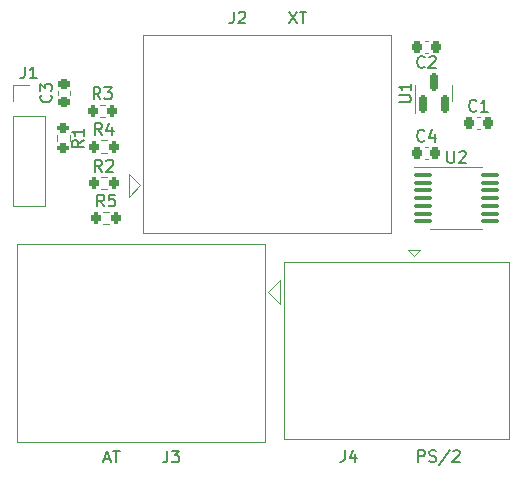
<source format=gto>
G04 #@! TF.GenerationSoftware,KiCad,Pcbnew,(6.0.10)*
G04 #@! TF.CreationDate,2023-01-16T18:28:26-05:00*
G04 #@! TF.ProjectId,at2xt,61743278-742e-46b6-9963-61645f706362,rev?*
G04 #@! TF.SameCoordinates,PX9fdfbc0PY31a8670*
G04 #@! TF.FileFunction,Legend,Top*
G04 #@! TF.FilePolarity,Positive*
%FSLAX46Y46*%
G04 Gerber Fmt 4.6, Leading zero omitted, Abs format (unit mm)*
G04 Created by KiCad (PCBNEW (6.0.10)) date 2023-01-16 18:28:26*
%MOMM*%
%LPD*%
G01*
G04 APERTURE LIST*
G04 Aperture macros list*
%AMRoundRect*
0 Rectangle with rounded corners*
0 $1 Rounding radius*
0 $2 $3 $4 $5 $6 $7 $8 $9 X,Y pos of 4 corners*
0 Add a 4 corners polygon primitive as box body*
4,1,4,$2,$3,$4,$5,$6,$7,$8,$9,$2,$3,0*
0 Add four circle primitives for the rounded corners*
1,1,$1+$1,$2,$3*
1,1,$1+$1,$4,$5*
1,1,$1+$1,$6,$7*
1,1,$1+$1,$8,$9*
0 Add four rect primitives between the rounded corners*
20,1,$1+$1,$2,$3,$4,$5,0*
20,1,$1+$1,$4,$5,$6,$7,0*
20,1,$1+$1,$6,$7,$8,$9,0*
20,1,$1+$1,$8,$9,$2,$3,0*%
G04 Aperture macros list end*
%ADD10C,0.150000*%
%ADD11C,0.120000*%
%ADD12C,2.100000*%
%ADD13C,3.900000*%
%ADD14C,1.650000*%
%ADD15RoundRect,0.100000X-0.637500X-0.100000X0.637500X-0.100000X0.637500X0.100000X-0.637500X0.100000X0*%
%ADD16RoundRect,0.150000X0.150000X-0.587500X0.150000X0.587500X-0.150000X0.587500X-0.150000X-0.587500X0*%
%ADD17RoundRect,0.200000X-0.200000X-0.275000X0.200000X-0.275000X0.200000X0.275000X-0.200000X0.275000X0*%
%ADD18RoundRect,0.200000X0.275000X-0.200000X0.275000X0.200000X-0.275000X0.200000X-0.275000X-0.200000X0*%
%ADD19R,1.700000X1.700000*%
%ADD20O,1.700000X1.700000*%
%ADD21RoundRect,0.225000X-0.225000X-0.250000X0.225000X-0.250000X0.225000X0.250000X-0.225000X0.250000X0*%
%ADD22RoundRect,0.225000X0.250000X-0.225000X0.250000X0.225000X-0.250000X0.225000X-0.250000X-0.225000X0*%
G04 APERTURE END LIST*
D10*
G04 #@! TO.C,J2*
X-25215834Y-722380D02*
X-25215834Y-1436666D01*
X-25263453Y-1579523D01*
X-25358691Y-1674761D01*
X-25501548Y-1722380D01*
X-25596786Y-1722380D01*
X-24787262Y-817619D02*
X-24739643Y-770000D01*
X-24644405Y-722380D01*
X-24406310Y-722380D01*
X-24311072Y-770000D01*
X-24263453Y-817619D01*
X-24215834Y-912857D01*
X-24215834Y-1008095D01*
X-24263453Y-1150952D01*
X-24834881Y-1722380D01*
X-24215834Y-1722380D01*
X-20516786Y-722380D02*
X-19850120Y-1722380D01*
X-19850120Y-722380D02*
X-20516786Y-1722380D01*
X-19612024Y-722380D02*
X-19040596Y-722380D01*
X-19326310Y-1722380D02*
X-19326310Y-722380D01*
G04 #@! TO.C,J4*
X-15803334Y-37842380D02*
X-15803334Y-38556666D01*
X-15850953Y-38699523D01*
X-15946191Y-38794761D01*
X-16089048Y-38842380D01*
X-16184286Y-38842380D01*
X-14898572Y-38175714D02*
X-14898572Y-38842380D01*
X-15136667Y-37794761D02*
X-15374762Y-38509047D01*
X-14755715Y-38509047D01*
X-9588096Y-38842380D02*
X-9588096Y-37842380D01*
X-9207143Y-37842380D01*
X-9111905Y-37890000D01*
X-9064286Y-37937619D01*
X-9016667Y-38032857D01*
X-9016667Y-38175714D01*
X-9064286Y-38270952D01*
X-9111905Y-38318571D01*
X-9207143Y-38366190D01*
X-9588096Y-38366190D01*
X-8635715Y-38794761D02*
X-8492858Y-38842380D01*
X-8254762Y-38842380D01*
X-8159524Y-38794761D01*
X-8111905Y-38747142D01*
X-8064286Y-38651904D01*
X-8064286Y-38556666D01*
X-8111905Y-38461428D01*
X-8159524Y-38413809D01*
X-8254762Y-38366190D01*
X-8445239Y-38318571D01*
X-8540477Y-38270952D01*
X-8588096Y-38223333D01*
X-8635715Y-38128095D01*
X-8635715Y-38032857D01*
X-8588096Y-37937619D01*
X-8540477Y-37890000D01*
X-8445239Y-37842380D01*
X-8207143Y-37842380D01*
X-8064286Y-37890000D01*
X-6921429Y-37794761D02*
X-7778572Y-39080476D01*
X-6635715Y-37937619D02*
X-6588096Y-37890000D01*
X-6492858Y-37842380D01*
X-6254762Y-37842380D01*
X-6159524Y-37890000D01*
X-6111905Y-37937619D01*
X-6064286Y-38032857D01*
X-6064286Y-38128095D01*
X-6111905Y-38270952D01*
X-6683334Y-38842380D01*
X-6064286Y-38842380D01*
G04 #@! TO.C,J3*
X-30813334Y-37882380D02*
X-30813334Y-38596666D01*
X-30860953Y-38739523D01*
X-30956191Y-38834761D01*
X-31099048Y-38882380D01*
X-31194286Y-38882380D01*
X-30432381Y-37882380D02*
X-29813334Y-37882380D01*
X-30146667Y-38263333D01*
X-30003810Y-38263333D01*
X-29908572Y-38310952D01*
X-29860953Y-38358571D01*
X-29813334Y-38453809D01*
X-29813334Y-38691904D01*
X-29860953Y-38787142D01*
X-29908572Y-38834761D01*
X-30003810Y-38882380D01*
X-30289524Y-38882380D01*
X-30384762Y-38834761D01*
X-30432381Y-38787142D01*
X-36179048Y-38596666D02*
X-35702858Y-38596666D01*
X-36274286Y-38882380D02*
X-35940953Y-37882380D01*
X-35607620Y-38882380D01*
X-35417143Y-37882380D02*
X-34845715Y-37882380D01*
X-35131429Y-38882380D02*
X-35131429Y-37882380D01*
G04 #@! TO.C,U2*
X-7111905Y-12512380D02*
X-7111905Y-13321904D01*
X-7064286Y-13417142D01*
X-7016667Y-13464761D01*
X-6921429Y-13512380D01*
X-6730953Y-13512380D01*
X-6635715Y-13464761D01*
X-6588096Y-13417142D01*
X-6540477Y-13321904D01*
X-6540477Y-12512380D01*
X-6111905Y-12607619D02*
X-6064286Y-12560000D01*
X-5969048Y-12512380D01*
X-5730953Y-12512380D01*
X-5635715Y-12560000D01*
X-5588096Y-12607619D01*
X-5540477Y-12702857D01*
X-5540477Y-12798095D01*
X-5588096Y-12940952D01*
X-6159524Y-13512380D01*
X-5540477Y-13512380D01*
G04 #@! TO.C,U1*
X-11202620Y-8381904D02*
X-10393096Y-8381904D01*
X-10297858Y-8334285D01*
X-10250239Y-8286666D01*
X-10202620Y-8191428D01*
X-10202620Y-8000952D01*
X-10250239Y-7905714D01*
X-10297858Y-7858095D01*
X-10393096Y-7810476D01*
X-11202620Y-7810476D01*
X-10202620Y-6810476D02*
X-10202620Y-7381904D01*
X-10202620Y-7096190D02*
X-11202620Y-7096190D01*
X-11059762Y-7191428D01*
X-10964524Y-7286666D01*
X-10916905Y-7381904D01*
G04 #@! TO.C,R5*
X-36171667Y-17214880D02*
X-36505000Y-16738690D01*
X-36743096Y-17214880D02*
X-36743096Y-16214880D01*
X-36362143Y-16214880D01*
X-36266905Y-16262500D01*
X-36219286Y-16310119D01*
X-36171667Y-16405357D01*
X-36171667Y-16548214D01*
X-36219286Y-16643452D01*
X-36266905Y-16691071D01*
X-36362143Y-16738690D01*
X-36743096Y-16738690D01*
X-35266905Y-16214880D02*
X-35743096Y-16214880D01*
X-35790715Y-16691071D01*
X-35743096Y-16643452D01*
X-35647858Y-16595833D01*
X-35409762Y-16595833D01*
X-35314524Y-16643452D01*
X-35266905Y-16691071D01*
X-35219286Y-16786309D01*
X-35219286Y-17024404D01*
X-35266905Y-17119642D01*
X-35314524Y-17167261D01*
X-35409762Y-17214880D01*
X-35647858Y-17214880D01*
X-35743096Y-17167261D01*
X-35790715Y-17119642D01*
G04 #@! TO.C,R4*
X-36361667Y-11164880D02*
X-36695000Y-10688690D01*
X-36933096Y-11164880D02*
X-36933096Y-10164880D01*
X-36552143Y-10164880D01*
X-36456905Y-10212500D01*
X-36409286Y-10260119D01*
X-36361667Y-10355357D01*
X-36361667Y-10498214D01*
X-36409286Y-10593452D01*
X-36456905Y-10641071D01*
X-36552143Y-10688690D01*
X-36933096Y-10688690D01*
X-35504524Y-10498214D02*
X-35504524Y-11164880D01*
X-35742620Y-10117261D02*
X-35980715Y-10831547D01*
X-35361667Y-10831547D01*
G04 #@! TO.C,R3*
X-36481667Y-8134880D02*
X-36815000Y-7658690D01*
X-37053096Y-8134880D02*
X-37053096Y-7134880D01*
X-36672143Y-7134880D01*
X-36576905Y-7182500D01*
X-36529286Y-7230119D01*
X-36481667Y-7325357D01*
X-36481667Y-7468214D01*
X-36529286Y-7563452D01*
X-36576905Y-7611071D01*
X-36672143Y-7658690D01*
X-37053096Y-7658690D01*
X-36148334Y-7134880D02*
X-35529286Y-7134880D01*
X-35862620Y-7515833D01*
X-35719762Y-7515833D01*
X-35624524Y-7563452D01*
X-35576905Y-7611071D01*
X-35529286Y-7706309D01*
X-35529286Y-7944404D01*
X-35576905Y-8039642D01*
X-35624524Y-8087261D01*
X-35719762Y-8134880D01*
X-36005477Y-8134880D01*
X-36100715Y-8087261D01*
X-36148334Y-8039642D01*
G04 #@! TO.C,R2*
X-36361667Y-14262380D02*
X-36695000Y-13786190D01*
X-36933096Y-14262380D02*
X-36933096Y-13262380D01*
X-36552143Y-13262380D01*
X-36456905Y-13310000D01*
X-36409286Y-13357619D01*
X-36361667Y-13452857D01*
X-36361667Y-13595714D01*
X-36409286Y-13690952D01*
X-36456905Y-13738571D01*
X-36552143Y-13786190D01*
X-36933096Y-13786190D01*
X-35980715Y-13357619D02*
X-35933096Y-13310000D01*
X-35837858Y-13262380D01*
X-35599762Y-13262380D01*
X-35504524Y-13310000D01*
X-35456905Y-13357619D01*
X-35409286Y-13452857D01*
X-35409286Y-13548095D01*
X-35456905Y-13690952D01*
X-36028334Y-14262380D01*
X-35409286Y-14262380D01*
G04 #@! TO.C,R1*
X-37890120Y-11596666D02*
X-38366310Y-11930000D01*
X-37890120Y-12168095D02*
X-38890120Y-12168095D01*
X-38890120Y-11787142D01*
X-38842500Y-11691904D01*
X-38794881Y-11644285D01*
X-38699643Y-11596666D01*
X-38556786Y-11596666D01*
X-38461548Y-11644285D01*
X-38413929Y-11691904D01*
X-38366310Y-11787142D01*
X-38366310Y-12168095D01*
X-37890120Y-10644285D02*
X-37890120Y-11215714D01*
X-37890120Y-10930000D02*
X-38890120Y-10930000D01*
X-38747262Y-11025238D01*
X-38652024Y-11120476D01*
X-38604405Y-11215714D01*
G04 #@! TO.C,J1*
X-42878334Y-5377380D02*
X-42878334Y-6091666D01*
X-42925953Y-6234523D01*
X-43021191Y-6329761D01*
X-43164048Y-6377380D01*
X-43259286Y-6377380D01*
X-41878334Y-6377380D02*
X-42449762Y-6377380D01*
X-42164048Y-6377380D02*
X-42164048Y-5377380D01*
X-42259286Y-5520238D01*
X-42354524Y-5615476D01*
X-42449762Y-5663095D01*
G04 #@! TO.C,C4*
X-9056667Y-11627142D02*
X-9104286Y-11674761D01*
X-9247143Y-11722380D01*
X-9342381Y-11722380D01*
X-9485239Y-11674761D01*
X-9580477Y-11579523D01*
X-9628096Y-11484285D01*
X-9675715Y-11293809D01*
X-9675715Y-11150952D01*
X-9628096Y-10960476D01*
X-9580477Y-10865238D01*
X-9485239Y-10770000D01*
X-9342381Y-10722380D01*
X-9247143Y-10722380D01*
X-9104286Y-10770000D01*
X-9056667Y-10817619D01*
X-8199524Y-11055714D02*
X-8199524Y-11722380D01*
X-8437620Y-10674761D02*
X-8675715Y-11389047D01*
X-8056667Y-11389047D01*
G04 #@! TO.C,C3*
X-40677858Y-7786666D02*
X-40630239Y-7834285D01*
X-40582620Y-7977142D01*
X-40582620Y-8072380D01*
X-40630239Y-8215238D01*
X-40725477Y-8310476D01*
X-40820715Y-8358095D01*
X-41011191Y-8405714D01*
X-41154048Y-8405714D01*
X-41344524Y-8358095D01*
X-41439762Y-8310476D01*
X-41535000Y-8215238D01*
X-41582620Y-8072380D01*
X-41582620Y-7977142D01*
X-41535000Y-7834285D01*
X-41487381Y-7786666D01*
X-41582620Y-7453333D02*
X-41582620Y-6834285D01*
X-41201667Y-7167619D01*
X-41201667Y-7024761D01*
X-41154048Y-6929523D01*
X-41106429Y-6881904D01*
X-41011191Y-6834285D01*
X-40773096Y-6834285D01*
X-40677858Y-6881904D01*
X-40630239Y-6929523D01*
X-40582620Y-7024761D01*
X-40582620Y-7310476D01*
X-40630239Y-7405714D01*
X-40677858Y-7453333D01*
G04 #@! TO.C,C2*
X-9046087Y-5382142D02*
X-9093706Y-5429761D01*
X-9236563Y-5477380D01*
X-9331801Y-5477380D01*
X-9474659Y-5429761D01*
X-9569897Y-5334523D01*
X-9617516Y-5239285D01*
X-9665135Y-5048809D01*
X-9665135Y-4905952D01*
X-9617516Y-4715476D01*
X-9569897Y-4620238D01*
X-9474659Y-4525000D01*
X-9331801Y-4477380D01*
X-9236563Y-4477380D01*
X-9093706Y-4525000D01*
X-9046087Y-4572619D01*
X-8665135Y-4572619D02*
X-8617516Y-4525000D01*
X-8522278Y-4477380D01*
X-8284182Y-4477380D01*
X-8188944Y-4525000D01*
X-8141325Y-4572619D01*
X-8093706Y-4667857D01*
X-8093706Y-4763095D01*
X-8141325Y-4905952D01*
X-8712754Y-5477380D01*
X-8093706Y-5477380D01*
G04 #@! TO.C,C1*
X-4646667Y-9087142D02*
X-4694286Y-9134761D01*
X-4837143Y-9182380D01*
X-4932381Y-9182380D01*
X-5075239Y-9134761D01*
X-5170477Y-9039523D01*
X-5218096Y-8944285D01*
X-5265715Y-8753809D01*
X-5265715Y-8610952D01*
X-5218096Y-8420476D01*
X-5170477Y-8325238D01*
X-5075239Y-8230000D01*
X-4932381Y-8182380D01*
X-4837143Y-8182380D01*
X-4694286Y-8230000D01*
X-4646667Y-8277619D01*
X-3694286Y-9182380D02*
X-4265715Y-9182380D01*
X-3980000Y-9182380D02*
X-3980000Y-8182380D01*
X-4075239Y-8325238D01*
X-4170477Y-8420476D01*
X-4265715Y-8468095D01*
D11*
G04 #@! TO.C,J2*
X-34092500Y-14430000D02*
X-34092500Y-16430000D01*
X-34092500Y-16430000D02*
X-33092500Y-15430000D01*
X-11842500Y-2680000D02*
X-11842500Y-18430000D01*
X-22342500Y-2680000D02*
X-11842500Y-2680000D01*
X-11842500Y-18430000D02*
X-11842500Y-19430000D01*
X-32842500Y-19430000D02*
X-32842500Y-2680000D01*
X-11842500Y-19430000D02*
X-32842500Y-19430000D01*
X-33092500Y-15430000D02*
X-34092500Y-14430000D01*
X-32842500Y-2680000D02*
X-21967500Y-2680000D01*
G04 #@! TO.C,J4*
X-1930000Y-21930000D02*
X-20930000Y-21930000D01*
X-1930000Y-36930000D02*
X-1930000Y-21930000D01*
X-9430000Y-20930000D02*
X-10430000Y-20930000D01*
X-20930000Y-21930000D02*
X-20930000Y-36930000D01*
X-20930000Y-36930000D02*
X-1930000Y-36930000D01*
X-10430000Y-20930000D02*
X-9930000Y-21430000D01*
X-9930000Y-21430000D02*
X-9430000Y-20930000D01*
G04 #@! TO.C,J3*
X-21270000Y-25430000D02*
X-21270000Y-23430000D01*
X-21270000Y-23430000D02*
X-22270000Y-24430000D01*
X-43520000Y-37180000D02*
X-43520000Y-21430000D01*
X-33020000Y-37180000D02*
X-43520000Y-37180000D01*
X-43520000Y-21430000D02*
X-43520000Y-20430000D01*
X-22520000Y-20430000D02*
X-22520000Y-37180000D01*
X-43520000Y-20430000D02*
X-22520000Y-20430000D01*
X-22270000Y-24430000D02*
X-21270000Y-25430000D01*
X-22520000Y-37180000D02*
X-33395000Y-37180000D01*
G04 #@! TO.C,U2*
X-6350000Y-13900000D02*
X-4150000Y-13900000D01*
X-6350000Y-19120000D02*
X-4150000Y-19120000D01*
X-6350000Y-19120000D02*
X-8550000Y-19120000D01*
X-6350000Y-13900000D02*
X-9950000Y-13900000D01*
G04 #@! TO.C,U1*
X-9815000Y-7620000D02*
X-9815000Y-6970000D01*
X-6695000Y-7620000D02*
X-6695000Y-6970000D01*
X-9815000Y-7620000D02*
X-9815000Y-9295000D01*
X-6695000Y-7620000D02*
X-6695000Y-8270000D01*
G04 #@! TO.C,R5*
X-36242258Y-18715000D02*
X-35767742Y-18715000D01*
X-36242258Y-17670000D02*
X-35767742Y-17670000D01*
G04 #@! TO.C,R4*
X-36432258Y-12665000D02*
X-35957742Y-12665000D01*
X-36432258Y-11620000D02*
X-35957742Y-11620000D01*
G04 #@! TO.C,R3*
X-36552258Y-9635000D02*
X-36077742Y-9635000D01*
X-36552258Y-8590000D02*
X-36077742Y-8590000D01*
G04 #@! TO.C,R2*
X-36432258Y-14717500D02*
X-35957742Y-14717500D01*
X-36432258Y-15762500D02*
X-35957742Y-15762500D01*
G04 #@! TO.C,R1*
X-40135000Y-11667258D02*
X-40135000Y-11192742D01*
X-39090000Y-11667258D02*
X-39090000Y-11192742D01*
G04 #@! TO.C,J1*
X-41215000Y-9525000D02*
X-41215000Y-17205000D01*
X-43875000Y-8255000D02*
X-43875000Y-6925000D01*
X-43875000Y-17205000D02*
X-41215000Y-17205000D01*
X-43875000Y-9525000D02*
X-41215000Y-9525000D01*
X-43875000Y-6925000D02*
X-42545000Y-6925000D01*
X-43875000Y-9525000D02*
X-43875000Y-17205000D01*
G04 #@! TO.C,C4*
X-9030580Y-12190000D02*
X-8749420Y-12190000D01*
X-9030580Y-13210000D02*
X-8749420Y-13210000D01*
G04 #@! TO.C,C3*
X-39095000Y-7760580D02*
X-39095000Y-7479420D01*
X-40115000Y-7760580D02*
X-40115000Y-7479420D01*
G04 #@! TO.C,C2*
X-9020000Y-3175000D02*
X-8738840Y-3175000D01*
X-9020000Y-4195000D02*
X-8738840Y-4195000D01*
G04 #@! TO.C,C1*
X-4620580Y-9650000D02*
X-4339420Y-9650000D01*
X-4620580Y-10670000D02*
X-4339420Y-10670000D01*
G04 #@! TD*
%LPC*%
D12*
G04 #@! TO.C,J2*
X-29842500Y-15430000D03*
X-22342500Y-15430000D03*
X-14842500Y-15430000D03*
X-27342500Y-17930000D03*
X-17342500Y-17930000D03*
X-27342500Y-5930000D03*
X-17342500Y-5930000D03*
G04 #@! TD*
D13*
G04 #@! TO.C,J4*
X-18180000Y-30430000D03*
X-11430000Y-31230000D03*
X-4680000Y-30430000D03*
D14*
X-14830000Y-24930000D03*
X-8030000Y-24930000D03*
X-14830000Y-27430000D03*
X-8030000Y-27430000D03*
X-12730000Y-27430000D03*
X-10130000Y-27430000D03*
G04 #@! TD*
D12*
G04 #@! TO.C,J3*
X-25520000Y-24430000D03*
X-33020000Y-24430000D03*
X-40520000Y-24430000D03*
X-28020000Y-21930000D03*
X-38020000Y-21930000D03*
X-28020000Y-33930000D03*
X-38020000Y-33930000D03*
G04 #@! TD*
D15*
G04 #@! TO.C,U2*
X-9212500Y-14560000D03*
X-9212500Y-15210000D03*
X-9212500Y-15860000D03*
X-9212500Y-16510000D03*
X-9212500Y-17160000D03*
X-9212500Y-17810000D03*
X-9212500Y-18460000D03*
X-3487500Y-18460000D03*
X-3487500Y-17810000D03*
X-3487500Y-17160000D03*
X-3487500Y-16510000D03*
X-3487500Y-15860000D03*
X-3487500Y-15210000D03*
X-3487500Y-14560000D03*
G04 #@! TD*
D16*
G04 #@! TO.C,U1*
X-9205000Y-8557500D03*
X-7305000Y-8557500D03*
X-8255000Y-6682500D03*
G04 #@! TD*
D17*
G04 #@! TO.C,R5*
X-36830000Y-18192500D03*
X-35180000Y-18192500D03*
G04 #@! TD*
G04 #@! TO.C,R4*
X-37020000Y-12142500D03*
X-35370000Y-12142500D03*
G04 #@! TD*
G04 #@! TO.C,R3*
X-37140000Y-9112500D03*
X-35490000Y-9112500D03*
G04 #@! TD*
G04 #@! TO.C,R2*
X-35370000Y-15240000D03*
X-37020000Y-15240000D03*
G04 #@! TD*
D18*
G04 #@! TO.C,R1*
X-39612500Y-10605000D03*
X-39612500Y-12255000D03*
G04 #@! TD*
D19*
G04 #@! TO.C,J1*
X-42545000Y-8255000D03*
D20*
X-42545000Y-10795000D03*
X-42545000Y-13335000D03*
X-42545000Y-15875000D03*
G04 #@! TD*
D21*
G04 #@! TO.C,C4*
X-8115000Y-12700000D03*
X-9665000Y-12700000D03*
G04 #@! TD*
D22*
G04 #@! TO.C,C3*
X-39605000Y-8395000D03*
X-39605000Y-6845000D03*
G04 #@! TD*
D21*
G04 #@! TO.C,C2*
X-8104420Y-3685000D03*
X-9654420Y-3685000D03*
G04 #@! TD*
G04 #@! TO.C,C1*
X-3705000Y-10160000D03*
X-5255000Y-10160000D03*
G04 #@! TD*
M02*

</source>
